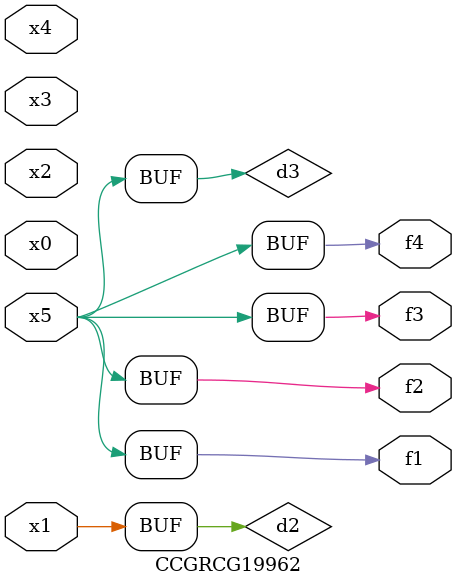
<source format=v>
module CCGRCG19962(
	input x0, x1, x2, x3, x4, x5,
	output f1, f2, f3, f4
);

	wire d1, d2, d3;

	not (d1, x5);
	or (d2, x1);
	xnor (d3, d1);
	assign f1 = d3;
	assign f2 = d3;
	assign f3 = d3;
	assign f4 = d3;
endmodule

</source>
